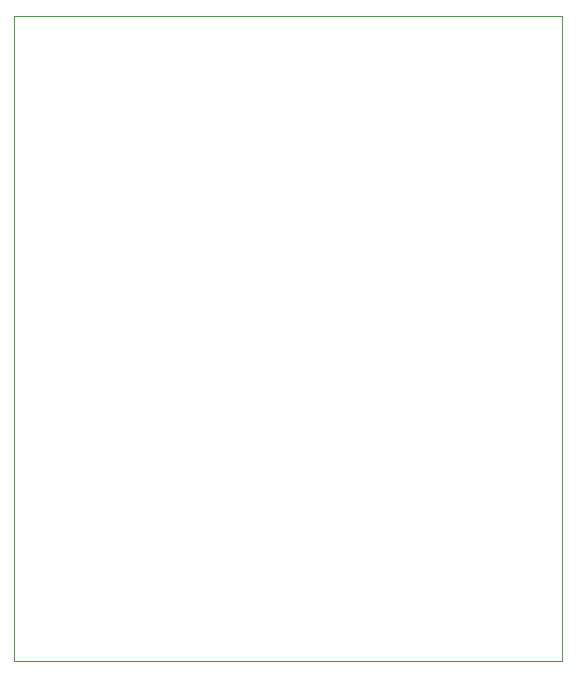
<source format=gm1>
G04 #@! TF.GenerationSoftware,KiCad,Pcbnew,7.0.10*
G04 #@! TF.CreationDate,2024-04-11T23:27:51-07:00*
G04 #@! TF.ProjectId,vibration_circuit,76696272-6174-4696-9f6e-5f6369726375,rev?*
G04 #@! TF.SameCoordinates,Original*
G04 #@! TF.FileFunction,Profile,NP*
%FSLAX46Y46*%
G04 Gerber Fmt 4.6, Leading zero omitted, Abs format (unit mm)*
G04 Created by KiCad (PCBNEW 7.0.10) date 2024-04-11 23:27:51*
%MOMM*%
%LPD*%
G01*
G04 APERTURE LIST*
G04 #@! TA.AperFunction,Profile*
%ADD10C,0.100000*%
G04 #@! TD*
G04 APERTURE END LIST*
D10*
X105410000Y-98425000D02*
X151765000Y-98425000D01*
X105410000Y-153035000D02*
X105410000Y-98425000D01*
X151765000Y-153035000D02*
X105410000Y-153035000D01*
X151765000Y-98425000D02*
X151765000Y-153035000D01*
M02*

</source>
